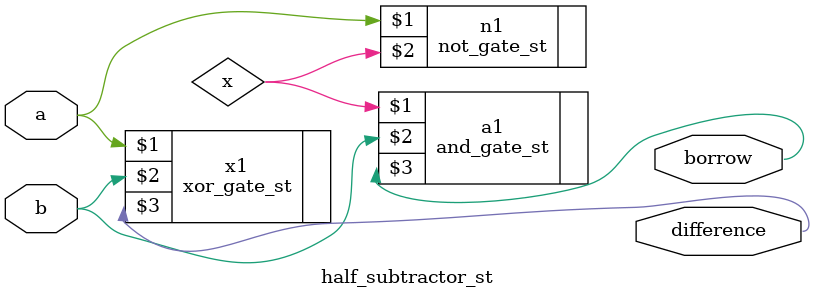
<source format=v>
`include "not_gate_st.v"
`include "xor_gate_st.v"
`include "and_gate_st.v"
module half_subtractor_st (
    input a,
    input b,
    output difference,
    output borrow
);


xor_gate_st x1(a,b,difference);
not_gate_st n1(a,x);
and_gate_st a1(x,b,borrow);

    
endmodule
</source>
